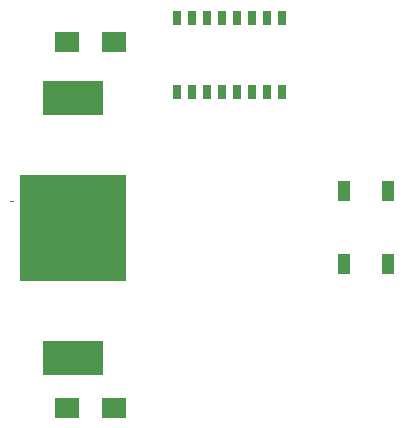
<source format=gbr>
G04 #@! TF.FileFunction,Paste,Bot*
%FSLAX46Y46*%
G04 Gerber Fmt 4.6, Leading zero omitted, Abs format (unit mm)*
G04 Created by KiCad (PCBNEW 4.0.6) date 04/30/18 18:34:21*
%MOMM*%
%LPD*%
G01*
G04 APERTURE LIST*
%ADD10C,0.100000*%
%ADD11R,9.000000X9.000000*%
%ADD12R,5.100000X3.000000*%
%ADD13R,0.800000X1.300000*%
%ADD14R,1.100000X1.800000*%
%ADD15R,2.000000X1.700000*%
G04 APERTURE END LIST*
D10*
X-17196000Y2286000D02*
X-17450000Y2286000D01*
D11*
X-12160000Y0D03*
D12*
X-12160000Y-11000000D03*
X-12160000Y11000000D03*
D13*
X5598000Y11480000D03*
X4318000Y11480000D03*
X3058000Y11480000D03*
X1788000Y11480000D03*
X508000Y11480000D03*
X-762000Y11480000D03*
X-2022000Y11480000D03*
X-3302000Y11480000D03*
X-3302000Y17780000D03*
X-2022000Y17780000D03*
X-762000Y17780000D03*
X508000Y17780000D03*
X1788000Y17780000D03*
X3058000Y17780000D03*
X4318000Y17780000D03*
X5598000Y17780000D03*
D14*
X10850000Y3100000D03*
X10850000Y-3100000D03*
X14550000Y3100000D03*
X14550000Y-3100000D03*
D15*
X-8668000Y-15240000D03*
X-12668000Y-15240000D03*
X-8636000Y15760000D03*
X-12636000Y15760000D03*
M02*

</source>
